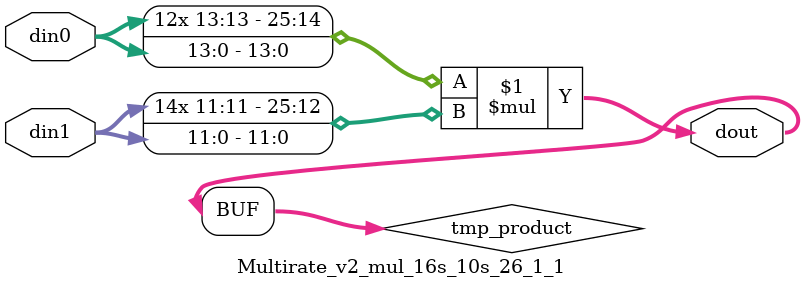
<source format=v>

`timescale 1 ns / 1 ps

 module Multirate_v2_mul_16s_10s_26_1_1(din0, din1, dout);
parameter ID = 1;
parameter NUM_STAGE = 0;
parameter din0_WIDTH = 14;
parameter din1_WIDTH = 12;
parameter dout_WIDTH = 26;

input [din0_WIDTH - 1 : 0] din0; 
input [din1_WIDTH - 1 : 0] din1; 
output [dout_WIDTH - 1 : 0] dout;

wire signed [dout_WIDTH - 1 : 0] tmp_product;



























assign tmp_product = $signed(din0) * $signed(din1);








assign dout = tmp_product;





















endmodule

</source>
